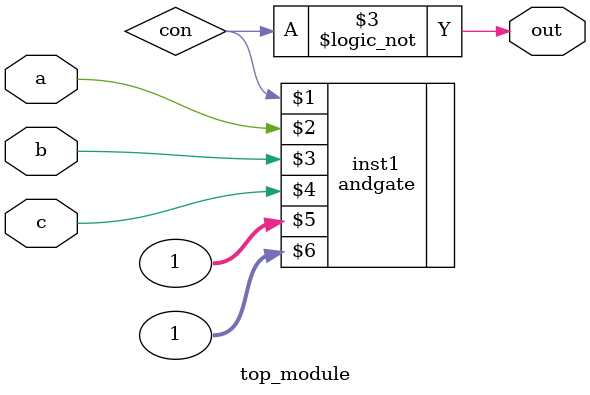
<source format=v>
/*module top_module (input a, input b, input c, output out);//

    andgate inst1 ( a, b, c, out );

endmodule*/
module top_module (input a, input b, input c, output out);//
wire con;
    andgate inst1 ( con, a, b, c,1,1);
assign out = !con;
endmodule

</source>
